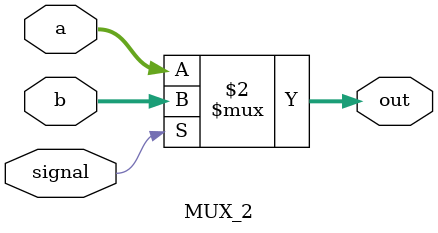
<source format=v>
module MUX_2(
    input signal,
    input [31: 0] a, b,

    output [31: 0] out );

assign out = (signal == 0) ? a : b;

endmodule

</source>
